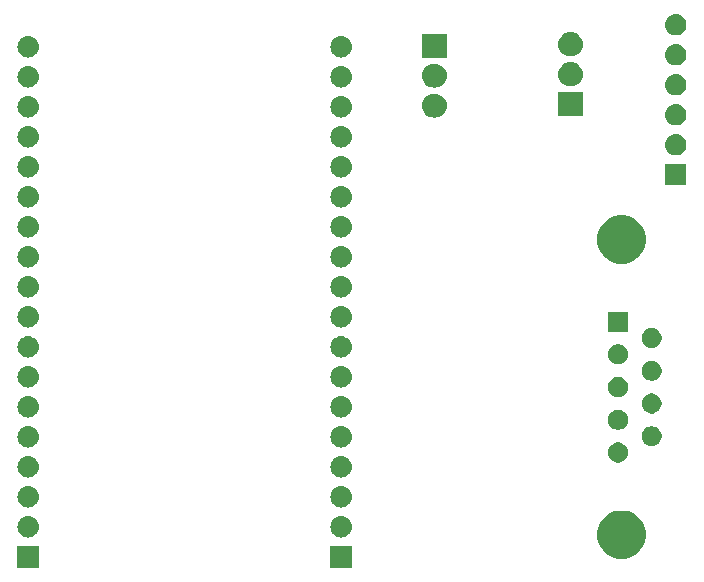
<source format=gbr>
G04 #@! TF.GenerationSoftware,KiCad,Pcbnew,5.1.4+dfsg1-1*
G04 #@! TF.CreationDate,2020-03-04T00:22:41+00:00*
G04 #@! TF.ProjectId,UaElectrex_Phase1,5561456c-6563-4747-9265-785f50686173,rev?*
G04 #@! TF.SameCoordinates,Original*
G04 #@! TF.FileFunction,Soldermask,Bot*
G04 #@! TF.FilePolarity,Negative*
%FSLAX46Y46*%
G04 Gerber Fmt 4.6, Leading zero omitted, Abs format (unit mm)*
G04 Created by KiCad (PCBNEW 5.1.4+dfsg1-1) date 2020-03-04 00:22:41*
%MOMM*%
%LPD*%
G04 APERTURE LIST*
%ADD10C,0.100000*%
G04 APERTURE END LIST*
D10*
G36*
X154678799Y-118605999D02*
G01*
X152876799Y-118605999D01*
X152876799Y-116803999D01*
X154678799Y-116803999D01*
X154678799Y-118605999D01*
X154678799Y-118605999D01*
G37*
G36*
X128178799Y-118605999D02*
G01*
X126376799Y-118605999D01*
X126376799Y-116803999D01*
X128178799Y-116803999D01*
X128178799Y-118605999D01*
X128178799Y-118605999D01*
G37*
G36*
X178126754Y-113857818D02*
G01*
X178500011Y-114012426D01*
X178500013Y-114012427D01*
X178835936Y-114236884D01*
X179121616Y-114522564D01*
X179319377Y-114818533D01*
X179346074Y-114858489D01*
X179500682Y-115231746D01*
X179579500Y-115627993D01*
X179579500Y-116032007D01*
X179500682Y-116428254D01*
X179346074Y-116801511D01*
X179346073Y-116801513D01*
X179121616Y-117137436D01*
X178835936Y-117423116D01*
X178500013Y-117647573D01*
X178500012Y-117647574D01*
X178500011Y-117647574D01*
X178126754Y-117802182D01*
X177730507Y-117881000D01*
X177326493Y-117881000D01*
X176930246Y-117802182D01*
X176556989Y-117647574D01*
X176556988Y-117647574D01*
X176556987Y-117647573D01*
X176221064Y-117423116D01*
X175935384Y-117137436D01*
X175710927Y-116801513D01*
X175710926Y-116801511D01*
X175556318Y-116428254D01*
X175477500Y-116032007D01*
X175477500Y-115627993D01*
X175556318Y-115231746D01*
X175710926Y-114858489D01*
X175737624Y-114818533D01*
X175935384Y-114522564D01*
X176221064Y-114236884D01*
X176556987Y-114012427D01*
X176556989Y-114012426D01*
X176930246Y-113857818D01*
X177326493Y-113779000D01*
X177730507Y-113779000D01*
X178126754Y-113857818D01*
X178126754Y-113857818D01*
G37*
G36*
X127388242Y-114270518D02*
G01*
X127454426Y-114277036D01*
X127624265Y-114328556D01*
X127780790Y-114412221D01*
X127816528Y-114441551D01*
X127917985Y-114524813D01*
X128001247Y-114626270D01*
X128030577Y-114662008D01*
X128114242Y-114818533D01*
X128165762Y-114988372D01*
X128183158Y-115164999D01*
X128165762Y-115341626D01*
X128114242Y-115511465D01*
X128030577Y-115667990D01*
X128001247Y-115703728D01*
X127917985Y-115805185D01*
X127816528Y-115888447D01*
X127780790Y-115917777D01*
X127624265Y-116001442D01*
X127454426Y-116052962D01*
X127388241Y-116059481D01*
X127322059Y-116065999D01*
X127233539Y-116065999D01*
X127167357Y-116059481D01*
X127101172Y-116052962D01*
X126931333Y-116001442D01*
X126774808Y-115917777D01*
X126739070Y-115888447D01*
X126637613Y-115805185D01*
X126554351Y-115703728D01*
X126525021Y-115667990D01*
X126441356Y-115511465D01*
X126389836Y-115341626D01*
X126372440Y-115164999D01*
X126389836Y-114988372D01*
X126441356Y-114818533D01*
X126525021Y-114662008D01*
X126554351Y-114626270D01*
X126637613Y-114524813D01*
X126739070Y-114441551D01*
X126774808Y-114412221D01*
X126931333Y-114328556D01*
X127101172Y-114277036D01*
X127167356Y-114270518D01*
X127233539Y-114263999D01*
X127322059Y-114263999D01*
X127388242Y-114270518D01*
X127388242Y-114270518D01*
G37*
G36*
X153888242Y-114270518D02*
G01*
X153954426Y-114277036D01*
X154124265Y-114328556D01*
X154280790Y-114412221D01*
X154316528Y-114441551D01*
X154417985Y-114524813D01*
X154501247Y-114626270D01*
X154530577Y-114662008D01*
X154614242Y-114818533D01*
X154665762Y-114988372D01*
X154683158Y-115164999D01*
X154665762Y-115341626D01*
X154614242Y-115511465D01*
X154530577Y-115667990D01*
X154501247Y-115703728D01*
X154417985Y-115805185D01*
X154316528Y-115888447D01*
X154280790Y-115917777D01*
X154124265Y-116001442D01*
X153954426Y-116052962D01*
X153888241Y-116059481D01*
X153822059Y-116065999D01*
X153733539Y-116065999D01*
X153667357Y-116059481D01*
X153601172Y-116052962D01*
X153431333Y-116001442D01*
X153274808Y-115917777D01*
X153239070Y-115888447D01*
X153137613Y-115805185D01*
X153054351Y-115703728D01*
X153025021Y-115667990D01*
X152941356Y-115511465D01*
X152889836Y-115341626D01*
X152872440Y-115164999D01*
X152889836Y-114988372D01*
X152941356Y-114818533D01*
X153025021Y-114662008D01*
X153054351Y-114626270D01*
X153137613Y-114524813D01*
X153239070Y-114441551D01*
X153274808Y-114412221D01*
X153431333Y-114328556D01*
X153601172Y-114277036D01*
X153667356Y-114270518D01*
X153733539Y-114263999D01*
X153822059Y-114263999D01*
X153888242Y-114270518D01*
X153888242Y-114270518D01*
G37*
G36*
X153888241Y-111730517D02*
G01*
X153954426Y-111737036D01*
X154124265Y-111788556D01*
X154280790Y-111872221D01*
X154316528Y-111901551D01*
X154417985Y-111984813D01*
X154501247Y-112086270D01*
X154530577Y-112122008D01*
X154614242Y-112278533D01*
X154665762Y-112448372D01*
X154683158Y-112624999D01*
X154665762Y-112801626D01*
X154614242Y-112971465D01*
X154530577Y-113127990D01*
X154501247Y-113163728D01*
X154417985Y-113265185D01*
X154316528Y-113348447D01*
X154280790Y-113377777D01*
X154124265Y-113461442D01*
X153954426Y-113512962D01*
X153888242Y-113519480D01*
X153822059Y-113525999D01*
X153733539Y-113525999D01*
X153667356Y-113519480D01*
X153601172Y-113512962D01*
X153431333Y-113461442D01*
X153274808Y-113377777D01*
X153239070Y-113348447D01*
X153137613Y-113265185D01*
X153054351Y-113163728D01*
X153025021Y-113127990D01*
X152941356Y-112971465D01*
X152889836Y-112801626D01*
X152872440Y-112624999D01*
X152889836Y-112448372D01*
X152941356Y-112278533D01*
X153025021Y-112122008D01*
X153054351Y-112086270D01*
X153137613Y-111984813D01*
X153239070Y-111901551D01*
X153274808Y-111872221D01*
X153431333Y-111788556D01*
X153601172Y-111737036D01*
X153667357Y-111730517D01*
X153733539Y-111723999D01*
X153822059Y-111723999D01*
X153888241Y-111730517D01*
X153888241Y-111730517D01*
G37*
G36*
X127388241Y-111730517D02*
G01*
X127454426Y-111737036D01*
X127624265Y-111788556D01*
X127780790Y-111872221D01*
X127816528Y-111901551D01*
X127917985Y-111984813D01*
X128001247Y-112086270D01*
X128030577Y-112122008D01*
X128114242Y-112278533D01*
X128165762Y-112448372D01*
X128183158Y-112624999D01*
X128165762Y-112801626D01*
X128114242Y-112971465D01*
X128030577Y-113127990D01*
X128001247Y-113163728D01*
X127917985Y-113265185D01*
X127816528Y-113348447D01*
X127780790Y-113377777D01*
X127624265Y-113461442D01*
X127454426Y-113512962D01*
X127388242Y-113519480D01*
X127322059Y-113525999D01*
X127233539Y-113525999D01*
X127167356Y-113519480D01*
X127101172Y-113512962D01*
X126931333Y-113461442D01*
X126774808Y-113377777D01*
X126739070Y-113348447D01*
X126637613Y-113265185D01*
X126554351Y-113163728D01*
X126525021Y-113127990D01*
X126441356Y-112971465D01*
X126389836Y-112801626D01*
X126372440Y-112624999D01*
X126389836Y-112448372D01*
X126441356Y-112278533D01*
X126525021Y-112122008D01*
X126554351Y-112086270D01*
X126637613Y-111984813D01*
X126739070Y-111901551D01*
X126774808Y-111872221D01*
X126931333Y-111788556D01*
X127101172Y-111737036D01*
X127167357Y-111730517D01*
X127233539Y-111723999D01*
X127322059Y-111723999D01*
X127388241Y-111730517D01*
X127388241Y-111730517D01*
G37*
G36*
X153888241Y-109190517D02*
G01*
X153954426Y-109197036D01*
X154124265Y-109248556D01*
X154280790Y-109332221D01*
X154316528Y-109361551D01*
X154417985Y-109444813D01*
X154488728Y-109531015D01*
X154530577Y-109582008D01*
X154614242Y-109738533D01*
X154665762Y-109908372D01*
X154683158Y-110084999D01*
X154665762Y-110261626D01*
X154614242Y-110431465D01*
X154530577Y-110587990D01*
X154501247Y-110623728D01*
X154417985Y-110725185D01*
X154316528Y-110808447D01*
X154280790Y-110837777D01*
X154124265Y-110921442D01*
X153954426Y-110972962D01*
X153888242Y-110979480D01*
X153822059Y-110985999D01*
X153733539Y-110985999D01*
X153667356Y-110979480D01*
X153601172Y-110972962D01*
X153431333Y-110921442D01*
X153274808Y-110837777D01*
X153239070Y-110808447D01*
X153137613Y-110725185D01*
X153054351Y-110623728D01*
X153025021Y-110587990D01*
X152941356Y-110431465D01*
X152889836Y-110261626D01*
X152872440Y-110084999D01*
X152889836Y-109908372D01*
X152941356Y-109738533D01*
X153025021Y-109582008D01*
X153066870Y-109531015D01*
X153137613Y-109444813D01*
X153239070Y-109361551D01*
X153274808Y-109332221D01*
X153431333Y-109248556D01*
X153601172Y-109197036D01*
X153667357Y-109190517D01*
X153733539Y-109183999D01*
X153822059Y-109183999D01*
X153888241Y-109190517D01*
X153888241Y-109190517D01*
G37*
G36*
X127388241Y-109190517D02*
G01*
X127454426Y-109197036D01*
X127624265Y-109248556D01*
X127780790Y-109332221D01*
X127816528Y-109361551D01*
X127917985Y-109444813D01*
X127988728Y-109531015D01*
X128030577Y-109582008D01*
X128114242Y-109738533D01*
X128165762Y-109908372D01*
X128183158Y-110084999D01*
X128165762Y-110261626D01*
X128114242Y-110431465D01*
X128030577Y-110587990D01*
X128001247Y-110623728D01*
X127917985Y-110725185D01*
X127816528Y-110808447D01*
X127780790Y-110837777D01*
X127624265Y-110921442D01*
X127454426Y-110972962D01*
X127388242Y-110979480D01*
X127322059Y-110985999D01*
X127233539Y-110985999D01*
X127167356Y-110979480D01*
X127101172Y-110972962D01*
X126931333Y-110921442D01*
X126774808Y-110837777D01*
X126739070Y-110808447D01*
X126637613Y-110725185D01*
X126554351Y-110623728D01*
X126525021Y-110587990D01*
X126441356Y-110431465D01*
X126389836Y-110261626D01*
X126372440Y-110084999D01*
X126389836Y-109908372D01*
X126441356Y-109738533D01*
X126525021Y-109582008D01*
X126566870Y-109531015D01*
X126637613Y-109444813D01*
X126739070Y-109361551D01*
X126774808Y-109332221D01*
X126931333Y-109248556D01*
X127101172Y-109197036D01*
X127167357Y-109190517D01*
X127233539Y-109183999D01*
X127322059Y-109183999D01*
X127388241Y-109190517D01*
X127388241Y-109190517D01*
G37*
G36*
X177476728Y-108051703D02*
G01*
X177631600Y-108115853D01*
X177770981Y-108208985D01*
X177889515Y-108327519D01*
X177982647Y-108466900D01*
X178046797Y-108621772D01*
X178079500Y-108786184D01*
X178079500Y-108953816D01*
X178046797Y-109118228D01*
X177982647Y-109273100D01*
X177889515Y-109412481D01*
X177770981Y-109531015D01*
X177631600Y-109624147D01*
X177476728Y-109688297D01*
X177312316Y-109721000D01*
X177144684Y-109721000D01*
X176980272Y-109688297D01*
X176825400Y-109624147D01*
X176686019Y-109531015D01*
X176567485Y-109412481D01*
X176474353Y-109273100D01*
X176410203Y-109118228D01*
X176377500Y-108953816D01*
X176377500Y-108786184D01*
X176410203Y-108621772D01*
X176474353Y-108466900D01*
X176567485Y-108327519D01*
X176686019Y-108208985D01*
X176825400Y-108115853D01*
X176980272Y-108051703D01*
X177144684Y-108019000D01*
X177312316Y-108019000D01*
X177476728Y-108051703D01*
X177476728Y-108051703D01*
G37*
G36*
X153888241Y-106650517D02*
G01*
X153954426Y-106657036D01*
X154124265Y-106708556D01*
X154280790Y-106792221D01*
X154316528Y-106821551D01*
X154417985Y-106904813D01*
X154501247Y-107006270D01*
X154530577Y-107042008D01*
X154614242Y-107198533D01*
X154665762Y-107368372D01*
X154683158Y-107544999D01*
X154665762Y-107721626D01*
X154614242Y-107891465D01*
X154530577Y-108047990D01*
X154527528Y-108051705D01*
X154417985Y-108185185D01*
X154316528Y-108268447D01*
X154280790Y-108297777D01*
X154124265Y-108381442D01*
X153954426Y-108432962D01*
X153888241Y-108439481D01*
X153822059Y-108445999D01*
X153733539Y-108445999D01*
X153667357Y-108439481D01*
X153601172Y-108432962D01*
X153431333Y-108381442D01*
X153274808Y-108297777D01*
X153239070Y-108268447D01*
X153137613Y-108185185D01*
X153028070Y-108051705D01*
X153025021Y-108047990D01*
X152941356Y-107891465D01*
X152889836Y-107721626D01*
X152872440Y-107544999D01*
X152889836Y-107368372D01*
X152941356Y-107198533D01*
X153025021Y-107042008D01*
X153054351Y-107006270D01*
X153137613Y-106904813D01*
X153239070Y-106821551D01*
X153274808Y-106792221D01*
X153431333Y-106708556D01*
X153601172Y-106657036D01*
X153667357Y-106650517D01*
X153733539Y-106643999D01*
X153822059Y-106643999D01*
X153888241Y-106650517D01*
X153888241Y-106650517D01*
G37*
G36*
X127388241Y-106650517D02*
G01*
X127454426Y-106657036D01*
X127624265Y-106708556D01*
X127780790Y-106792221D01*
X127816528Y-106821551D01*
X127917985Y-106904813D01*
X128001247Y-107006270D01*
X128030577Y-107042008D01*
X128114242Y-107198533D01*
X128165762Y-107368372D01*
X128183158Y-107544999D01*
X128165762Y-107721626D01*
X128114242Y-107891465D01*
X128030577Y-108047990D01*
X128027528Y-108051705D01*
X127917985Y-108185185D01*
X127816528Y-108268447D01*
X127780790Y-108297777D01*
X127624265Y-108381442D01*
X127454426Y-108432962D01*
X127388241Y-108439481D01*
X127322059Y-108445999D01*
X127233539Y-108445999D01*
X127167357Y-108439481D01*
X127101172Y-108432962D01*
X126931333Y-108381442D01*
X126774808Y-108297777D01*
X126739070Y-108268447D01*
X126637613Y-108185185D01*
X126528070Y-108051705D01*
X126525021Y-108047990D01*
X126441356Y-107891465D01*
X126389836Y-107721626D01*
X126372440Y-107544999D01*
X126389836Y-107368372D01*
X126441356Y-107198533D01*
X126525021Y-107042008D01*
X126554351Y-107006270D01*
X126637613Y-106904813D01*
X126739070Y-106821551D01*
X126774808Y-106792221D01*
X126931333Y-106708556D01*
X127101172Y-106657036D01*
X127167357Y-106650517D01*
X127233539Y-106643999D01*
X127322059Y-106643999D01*
X127388241Y-106650517D01*
X127388241Y-106650517D01*
G37*
G36*
X180316728Y-106666703D02*
G01*
X180471600Y-106730853D01*
X180610981Y-106823985D01*
X180729515Y-106942519D01*
X180822647Y-107081900D01*
X180886797Y-107236772D01*
X180919500Y-107401184D01*
X180919500Y-107568816D01*
X180886797Y-107733228D01*
X180822647Y-107888100D01*
X180729515Y-108027481D01*
X180610981Y-108146015D01*
X180471600Y-108239147D01*
X180316728Y-108303297D01*
X180152316Y-108336000D01*
X179984684Y-108336000D01*
X179820272Y-108303297D01*
X179665400Y-108239147D01*
X179526019Y-108146015D01*
X179407485Y-108027481D01*
X179314353Y-107888100D01*
X179250203Y-107733228D01*
X179217500Y-107568816D01*
X179217500Y-107401184D01*
X179250203Y-107236772D01*
X179314353Y-107081900D01*
X179407485Y-106942519D01*
X179526019Y-106823985D01*
X179665400Y-106730853D01*
X179820272Y-106666703D01*
X179984684Y-106634000D01*
X180152316Y-106634000D01*
X180316728Y-106666703D01*
X180316728Y-106666703D01*
G37*
G36*
X177476728Y-105281703D02*
G01*
X177631600Y-105345853D01*
X177770981Y-105438985D01*
X177889515Y-105557519D01*
X177982647Y-105696900D01*
X178046797Y-105851772D01*
X178079500Y-106016184D01*
X178079500Y-106183816D01*
X178046797Y-106348228D01*
X177982647Y-106503100D01*
X177889515Y-106642481D01*
X177770981Y-106761015D01*
X177631600Y-106854147D01*
X177476728Y-106918297D01*
X177312316Y-106951000D01*
X177144684Y-106951000D01*
X176980272Y-106918297D01*
X176825400Y-106854147D01*
X176686019Y-106761015D01*
X176567485Y-106642481D01*
X176474353Y-106503100D01*
X176410203Y-106348228D01*
X176377500Y-106183816D01*
X176377500Y-106016184D01*
X176410203Y-105851772D01*
X176474353Y-105696900D01*
X176567485Y-105557519D01*
X176686019Y-105438985D01*
X176825400Y-105345853D01*
X176980272Y-105281703D01*
X177144684Y-105249000D01*
X177312316Y-105249000D01*
X177476728Y-105281703D01*
X177476728Y-105281703D01*
G37*
G36*
X127388242Y-104110518D02*
G01*
X127454426Y-104117036D01*
X127624265Y-104168556D01*
X127780790Y-104252221D01*
X127816528Y-104281551D01*
X127917985Y-104364813D01*
X128001247Y-104466270D01*
X128030577Y-104502008D01*
X128114242Y-104658533D01*
X128165762Y-104828372D01*
X128183158Y-105004999D01*
X128165762Y-105181626D01*
X128114242Y-105351465D01*
X128030577Y-105507990D01*
X128009808Y-105533297D01*
X127917985Y-105645185D01*
X127816528Y-105728447D01*
X127780790Y-105757777D01*
X127624265Y-105841442D01*
X127454426Y-105892962D01*
X127388241Y-105899481D01*
X127322059Y-105905999D01*
X127233539Y-105905999D01*
X127167357Y-105899481D01*
X127101172Y-105892962D01*
X126931333Y-105841442D01*
X126774808Y-105757777D01*
X126739070Y-105728447D01*
X126637613Y-105645185D01*
X126545790Y-105533297D01*
X126525021Y-105507990D01*
X126441356Y-105351465D01*
X126389836Y-105181626D01*
X126372440Y-105004999D01*
X126389836Y-104828372D01*
X126441356Y-104658533D01*
X126525021Y-104502008D01*
X126554351Y-104466270D01*
X126637613Y-104364813D01*
X126739070Y-104281551D01*
X126774808Y-104252221D01*
X126931333Y-104168556D01*
X127101172Y-104117036D01*
X127167356Y-104110518D01*
X127233539Y-104103999D01*
X127322059Y-104103999D01*
X127388242Y-104110518D01*
X127388242Y-104110518D01*
G37*
G36*
X153888242Y-104110518D02*
G01*
X153954426Y-104117036D01*
X154124265Y-104168556D01*
X154280790Y-104252221D01*
X154316528Y-104281551D01*
X154417985Y-104364813D01*
X154501247Y-104466270D01*
X154530577Y-104502008D01*
X154614242Y-104658533D01*
X154665762Y-104828372D01*
X154683158Y-105004999D01*
X154665762Y-105181626D01*
X154614242Y-105351465D01*
X154530577Y-105507990D01*
X154509808Y-105533297D01*
X154417985Y-105645185D01*
X154316528Y-105728447D01*
X154280790Y-105757777D01*
X154124265Y-105841442D01*
X153954426Y-105892962D01*
X153888241Y-105899481D01*
X153822059Y-105905999D01*
X153733539Y-105905999D01*
X153667357Y-105899481D01*
X153601172Y-105892962D01*
X153431333Y-105841442D01*
X153274808Y-105757777D01*
X153239070Y-105728447D01*
X153137613Y-105645185D01*
X153045790Y-105533297D01*
X153025021Y-105507990D01*
X152941356Y-105351465D01*
X152889836Y-105181626D01*
X152872440Y-105004999D01*
X152889836Y-104828372D01*
X152941356Y-104658533D01*
X153025021Y-104502008D01*
X153054351Y-104466270D01*
X153137613Y-104364813D01*
X153239070Y-104281551D01*
X153274808Y-104252221D01*
X153431333Y-104168556D01*
X153601172Y-104117036D01*
X153667356Y-104110518D01*
X153733539Y-104103999D01*
X153822059Y-104103999D01*
X153888242Y-104110518D01*
X153888242Y-104110518D01*
G37*
G36*
X180316728Y-103896703D02*
G01*
X180471600Y-103960853D01*
X180610981Y-104053985D01*
X180729515Y-104172519D01*
X180822647Y-104311900D01*
X180886797Y-104466772D01*
X180919500Y-104631184D01*
X180919500Y-104798816D01*
X180886797Y-104963228D01*
X180822647Y-105118100D01*
X180729515Y-105257481D01*
X180610981Y-105376015D01*
X180471600Y-105469147D01*
X180316728Y-105533297D01*
X180152316Y-105566000D01*
X179984684Y-105566000D01*
X179820272Y-105533297D01*
X179665400Y-105469147D01*
X179526019Y-105376015D01*
X179407485Y-105257481D01*
X179314353Y-105118100D01*
X179250203Y-104963228D01*
X179217500Y-104798816D01*
X179217500Y-104631184D01*
X179250203Y-104466772D01*
X179314353Y-104311900D01*
X179407485Y-104172519D01*
X179526019Y-104053985D01*
X179665400Y-103960853D01*
X179820272Y-103896703D01*
X179984684Y-103864000D01*
X180152316Y-103864000D01*
X180316728Y-103896703D01*
X180316728Y-103896703D01*
G37*
G36*
X177476728Y-102511703D02*
G01*
X177631600Y-102575853D01*
X177770981Y-102668985D01*
X177889515Y-102787519D01*
X177982647Y-102926900D01*
X178046797Y-103081772D01*
X178079500Y-103246184D01*
X178079500Y-103413816D01*
X178046797Y-103578228D01*
X177982647Y-103733100D01*
X177889515Y-103872481D01*
X177770981Y-103991015D01*
X177631600Y-104084147D01*
X177476728Y-104148297D01*
X177312316Y-104181000D01*
X177144684Y-104181000D01*
X176980272Y-104148297D01*
X176825400Y-104084147D01*
X176686019Y-103991015D01*
X176567485Y-103872481D01*
X176474353Y-103733100D01*
X176410203Y-103578228D01*
X176377500Y-103413816D01*
X176377500Y-103246184D01*
X176410203Y-103081772D01*
X176474353Y-102926900D01*
X176567485Y-102787519D01*
X176686019Y-102668985D01*
X176825400Y-102575853D01*
X176980272Y-102511703D01*
X177144684Y-102479000D01*
X177312316Y-102479000D01*
X177476728Y-102511703D01*
X177476728Y-102511703D01*
G37*
G36*
X153888242Y-101570518D02*
G01*
X153954426Y-101577036D01*
X154124265Y-101628556D01*
X154280790Y-101712221D01*
X154316528Y-101741551D01*
X154417985Y-101824813D01*
X154501247Y-101926270D01*
X154530577Y-101962008D01*
X154614242Y-102118533D01*
X154665762Y-102288372D01*
X154683158Y-102464999D01*
X154665762Y-102641626D01*
X154614242Y-102811465D01*
X154530577Y-102967990D01*
X154501247Y-103003728D01*
X154417985Y-103105185D01*
X154316528Y-103188447D01*
X154280790Y-103217777D01*
X154124265Y-103301442D01*
X153954426Y-103352962D01*
X153888242Y-103359480D01*
X153822059Y-103365999D01*
X153733539Y-103365999D01*
X153667356Y-103359480D01*
X153601172Y-103352962D01*
X153431333Y-103301442D01*
X153274808Y-103217777D01*
X153239070Y-103188447D01*
X153137613Y-103105185D01*
X153054351Y-103003728D01*
X153025021Y-102967990D01*
X152941356Y-102811465D01*
X152889836Y-102641626D01*
X152872440Y-102464999D01*
X152889836Y-102288372D01*
X152941356Y-102118533D01*
X153025021Y-101962008D01*
X153054351Y-101926270D01*
X153137613Y-101824813D01*
X153239070Y-101741551D01*
X153274808Y-101712221D01*
X153431333Y-101628556D01*
X153601172Y-101577036D01*
X153667357Y-101570517D01*
X153733539Y-101563999D01*
X153822059Y-101563999D01*
X153888242Y-101570518D01*
X153888242Y-101570518D01*
G37*
G36*
X127388242Y-101570518D02*
G01*
X127454426Y-101577036D01*
X127624265Y-101628556D01*
X127780790Y-101712221D01*
X127816528Y-101741551D01*
X127917985Y-101824813D01*
X128001247Y-101926270D01*
X128030577Y-101962008D01*
X128114242Y-102118533D01*
X128165762Y-102288372D01*
X128183158Y-102464999D01*
X128165762Y-102641626D01*
X128114242Y-102811465D01*
X128030577Y-102967990D01*
X128001247Y-103003728D01*
X127917985Y-103105185D01*
X127816528Y-103188447D01*
X127780790Y-103217777D01*
X127624265Y-103301442D01*
X127454426Y-103352962D01*
X127388242Y-103359480D01*
X127322059Y-103365999D01*
X127233539Y-103365999D01*
X127167356Y-103359480D01*
X127101172Y-103352962D01*
X126931333Y-103301442D01*
X126774808Y-103217777D01*
X126739070Y-103188447D01*
X126637613Y-103105185D01*
X126554351Y-103003728D01*
X126525021Y-102967990D01*
X126441356Y-102811465D01*
X126389836Y-102641626D01*
X126372440Y-102464999D01*
X126389836Y-102288372D01*
X126441356Y-102118533D01*
X126525021Y-101962008D01*
X126554351Y-101926270D01*
X126637613Y-101824813D01*
X126739070Y-101741551D01*
X126774808Y-101712221D01*
X126931333Y-101628556D01*
X127101172Y-101577036D01*
X127167357Y-101570517D01*
X127233539Y-101563999D01*
X127322059Y-101563999D01*
X127388242Y-101570518D01*
X127388242Y-101570518D01*
G37*
G36*
X180316728Y-101126703D02*
G01*
X180471600Y-101190853D01*
X180610981Y-101283985D01*
X180729515Y-101402519D01*
X180822647Y-101541900D01*
X180886797Y-101696772D01*
X180919500Y-101861184D01*
X180919500Y-102028816D01*
X180886797Y-102193228D01*
X180822647Y-102348100D01*
X180729515Y-102487481D01*
X180610981Y-102606015D01*
X180471600Y-102699147D01*
X180316728Y-102763297D01*
X180152316Y-102796000D01*
X179984684Y-102796000D01*
X179820272Y-102763297D01*
X179665400Y-102699147D01*
X179526019Y-102606015D01*
X179407485Y-102487481D01*
X179314353Y-102348100D01*
X179250203Y-102193228D01*
X179217500Y-102028816D01*
X179217500Y-101861184D01*
X179250203Y-101696772D01*
X179314353Y-101541900D01*
X179407485Y-101402519D01*
X179526019Y-101283985D01*
X179665400Y-101190853D01*
X179820272Y-101126703D01*
X179984684Y-101094000D01*
X180152316Y-101094000D01*
X180316728Y-101126703D01*
X180316728Y-101126703D01*
G37*
G36*
X177476728Y-99741703D02*
G01*
X177631600Y-99805853D01*
X177770981Y-99898985D01*
X177889515Y-100017519D01*
X177982647Y-100156900D01*
X178046797Y-100311772D01*
X178079500Y-100476184D01*
X178079500Y-100643816D01*
X178046797Y-100808228D01*
X177982647Y-100963100D01*
X177889515Y-101102481D01*
X177770981Y-101221015D01*
X177631600Y-101314147D01*
X177476728Y-101378297D01*
X177312316Y-101411000D01*
X177144684Y-101411000D01*
X176980272Y-101378297D01*
X176825400Y-101314147D01*
X176686019Y-101221015D01*
X176567485Y-101102481D01*
X176474353Y-100963100D01*
X176410203Y-100808228D01*
X176377500Y-100643816D01*
X176377500Y-100476184D01*
X176410203Y-100311772D01*
X176474353Y-100156900D01*
X176567485Y-100017519D01*
X176686019Y-99898985D01*
X176825400Y-99805853D01*
X176980272Y-99741703D01*
X177144684Y-99709000D01*
X177312316Y-99709000D01*
X177476728Y-99741703D01*
X177476728Y-99741703D01*
G37*
G36*
X153888242Y-99030518D02*
G01*
X153954426Y-99037036D01*
X154124265Y-99088556D01*
X154124267Y-99088557D01*
X154202527Y-99130388D01*
X154280790Y-99172221D01*
X154316528Y-99201551D01*
X154417985Y-99284813D01*
X154501247Y-99386270D01*
X154530577Y-99422008D01*
X154614242Y-99578533D01*
X154665762Y-99748372D01*
X154683158Y-99924999D01*
X154665762Y-100101626D01*
X154614242Y-100271465D01*
X154530577Y-100427990D01*
X154501247Y-100463728D01*
X154417985Y-100565185D01*
X154322173Y-100643815D01*
X154280790Y-100677777D01*
X154124265Y-100761442D01*
X153954426Y-100812962D01*
X153888242Y-100819480D01*
X153822059Y-100825999D01*
X153733539Y-100825999D01*
X153667356Y-100819480D01*
X153601172Y-100812962D01*
X153431333Y-100761442D01*
X153274808Y-100677777D01*
X153233425Y-100643815D01*
X153137613Y-100565185D01*
X153054351Y-100463728D01*
X153025021Y-100427990D01*
X152941356Y-100271465D01*
X152889836Y-100101626D01*
X152872440Y-99924999D01*
X152889836Y-99748372D01*
X152941356Y-99578533D01*
X153025021Y-99422008D01*
X153054351Y-99386270D01*
X153137613Y-99284813D01*
X153239070Y-99201551D01*
X153274808Y-99172221D01*
X153353071Y-99130388D01*
X153431331Y-99088557D01*
X153431333Y-99088556D01*
X153601172Y-99037036D01*
X153667357Y-99030517D01*
X153733539Y-99023999D01*
X153822059Y-99023999D01*
X153888242Y-99030518D01*
X153888242Y-99030518D01*
G37*
G36*
X127388242Y-99030518D02*
G01*
X127454426Y-99037036D01*
X127624265Y-99088556D01*
X127624267Y-99088557D01*
X127702527Y-99130388D01*
X127780790Y-99172221D01*
X127816528Y-99201551D01*
X127917985Y-99284813D01*
X128001247Y-99386270D01*
X128030577Y-99422008D01*
X128114242Y-99578533D01*
X128165762Y-99748372D01*
X128183158Y-99924999D01*
X128165762Y-100101626D01*
X128114242Y-100271465D01*
X128030577Y-100427990D01*
X128001247Y-100463728D01*
X127917985Y-100565185D01*
X127822173Y-100643815D01*
X127780790Y-100677777D01*
X127624265Y-100761442D01*
X127454426Y-100812962D01*
X127388242Y-100819480D01*
X127322059Y-100825999D01*
X127233539Y-100825999D01*
X127167356Y-100819480D01*
X127101172Y-100812962D01*
X126931333Y-100761442D01*
X126774808Y-100677777D01*
X126733425Y-100643815D01*
X126637613Y-100565185D01*
X126554351Y-100463728D01*
X126525021Y-100427990D01*
X126441356Y-100271465D01*
X126389836Y-100101626D01*
X126372440Y-99924999D01*
X126389836Y-99748372D01*
X126441356Y-99578533D01*
X126525021Y-99422008D01*
X126554351Y-99386270D01*
X126637613Y-99284813D01*
X126739070Y-99201551D01*
X126774808Y-99172221D01*
X126853071Y-99130388D01*
X126931331Y-99088557D01*
X126931333Y-99088556D01*
X127101172Y-99037036D01*
X127167357Y-99030517D01*
X127233539Y-99023999D01*
X127322059Y-99023999D01*
X127388242Y-99030518D01*
X127388242Y-99030518D01*
G37*
G36*
X180316728Y-98356703D02*
G01*
X180471600Y-98420853D01*
X180610981Y-98513985D01*
X180729515Y-98632519D01*
X180822647Y-98771900D01*
X180886797Y-98926772D01*
X180919500Y-99091184D01*
X180919500Y-99258816D01*
X180886797Y-99423228D01*
X180822647Y-99578100D01*
X180729515Y-99717481D01*
X180610981Y-99836015D01*
X180471600Y-99929147D01*
X180316728Y-99993297D01*
X180152316Y-100026000D01*
X179984684Y-100026000D01*
X179820272Y-99993297D01*
X179665400Y-99929147D01*
X179526019Y-99836015D01*
X179407485Y-99717481D01*
X179314353Y-99578100D01*
X179250203Y-99423228D01*
X179217500Y-99258816D01*
X179217500Y-99091184D01*
X179250203Y-98926772D01*
X179314353Y-98771900D01*
X179407485Y-98632519D01*
X179526019Y-98513985D01*
X179665400Y-98420853D01*
X179820272Y-98356703D01*
X179984684Y-98324000D01*
X180152316Y-98324000D01*
X180316728Y-98356703D01*
X180316728Y-98356703D01*
G37*
G36*
X178079500Y-98641000D02*
G01*
X176377500Y-98641000D01*
X176377500Y-96939000D01*
X178079500Y-96939000D01*
X178079500Y-98641000D01*
X178079500Y-98641000D01*
G37*
G36*
X127388241Y-96490517D02*
G01*
X127454426Y-96497036D01*
X127624265Y-96548556D01*
X127780790Y-96632221D01*
X127816528Y-96661551D01*
X127917985Y-96744813D01*
X128001247Y-96846270D01*
X128030577Y-96882008D01*
X128114242Y-97038533D01*
X128165762Y-97208372D01*
X128183158Y-97384999D01*
X128165762Y-97561626D01*
X128114242Y-97731465D01*
X128030577Y-97887990D01*
X128001247Y-97923728D01*
X127917985Y-98025185D01*
X127816528Y-98108447D01*
X127780790Y-98137777D01*
X127624265Y-98221442D01*
X127454426Y-98272962D01*
X127388241Y-98279481D01*
X127322059Y-98285999D01*
X127233539Y-98285999D01*
X127167357Y-98279481D01*
X127101172Y-98272962D01*
X126931333Y-98221442D01*
X126774808Y-98137777D01*
X126739070Y-98108447D01*
X126637613Y-98025185D01*
X126554351Y-97923728D01*
X126525021Y-97887990D01*
X126441356Y-97731465D01*
X126389836Y-97561626D01*
X126372440Y-97384999D01*
X126389836Y-97208372D01*
X126441356Y-97038533D01*
X126525021Y-96882008D01*
X126554351Y-96846270D01*
X126637613Y-96744813D01*
X126739070Y-96661551D01*
X126774808Y-96632221D01*
X126931333Y-96548556D01*
X127101172Y-96497036D01*
X127167357Y-96490517D01*
X127233539Y-96483999D01*
X127322059Y-96483999D01*
X127388241Y-96490517D01*
X127388241Y-96490517D01*
G37*
G36*
X153888241Y-96490517D02*
G01*
X153954426Y-96497036D01*
X154124265Y-96548556D01*
X154280790Y-96632221D01*
X154316528Y-96661551D01*
X154417985Y-96744813D01*
X154501247Y-96846270D01*
X154530577Y-96882008D01*
X154614242Y-97038533D01*
X154665762Y-97208372D01*
X154683158Y-97384999D01*
X154665762Y-97561626D01*
X154614242Y-97731465D01*
X154530577Y-97887990D01*
X154501247Y-97923728D01*
X154417985Y-98025185D01*
X154316528Y-98108447D01*
X154280790Y-98137777D01*
X154124265Y-98221442D01*
X153954426Y-98272962D01*
X153888241Y-98279481D01*
X153822059Y-98285999D01*
X153733539Y-98285999D01*
X153667357Y-98279481D01*
X153601172Y-98272962D01*
X153431333Y-98221442D01*
X153274808Y-98137777D01*
X153239070Y-98108447D01*
X153137613Y-98025185D01*
X153054351Y-97923728D01*
X153025021Y-97887990D01*
X152941356Y-97731465D01*
X152889836Y-97561626D01*
X152872440Y-97384999D01*
X152889836Y-97208372D01*
X152941356Y-97038533D01*
X153025021Y-96882008D01*
X153054351Y-96846270D01*
X153137613Y-96744813D01*
X153239070Y-96661551D01*
X153274808Y-96632221D01*
X153431333Y-96548556D01*
X153601172Y-96497036D01*
X153667357Y-96490517D01*
X153733539Y-96483999D01*
X153822059Y-96483999D01*
X153888241Y-96490517D01*
X153888241Y-96490517D01*
G37*
G36*
X153888242Y-93950518D02*
G01*
X153954426Y-93957036D01*
X154124265Y-94008556D01*
X154280790Y-94092221D01*
X154316528Y-94121551D01*
X154417985Y-94204813D01*
X154501247Y-94306270D01*
X154530577Y-94342008D01*
X154614242Y-94498533D01*
X154665762Y-94668372D01*
X154683158Y-94844999D01*
X154665762Y-95021626D01*
X154614242Y-95191465D01*
X154530577Y-95347990D01*
X154501247Y-95383728D01*
X154417985Y-95485185D01*
X154316528Y-95568447D01*
X154280790Y-95597777D01*
X154124265Y-95681442D01*
X153954426Y-95732962D01*
X153888241Y-95739481D01*
X153822059Y-95745999D01*
X153733539Y-95745999D01*
X153667357Y-95739481D01*
X153601172Y-95732962D01*
X153431333Y-95681442D01*
X153274808Y-95597777D01*
X153239070Y-95568447D01*
X153137613Y-95485185D01*
X153054351Y-95383728D01*
X153025021Y-95347990D01*
X152941356Y-95191465D01*
X152889836Y-95021626D01*
X152872440Y-94844999D01*
X152889836Y-94668372D01*
X152941356Y-94498533D01*
X153025021Y-94342008D01*
X153054351Y-94306270D01*
X153137613Y-94204813D01*
X153239070Y-94121551D01*
X153274808Y-94092221D01*
X153431333Y-94008556D01*
X153601172Y-93957036D01*
X153667356Y-93950518D01*
X153733539Y-93943999D01*
X153822059Y-93943999D01*
X153888242Y-93950518D01*
X153888242Y-93950518D01*
G37*
G36*
X127388242Y-93950518D02*
G01*
X127454426Y-93957036D01*
X127624265Y-94008556D01*
X127780790Y-94092221D01*
X127816528Y-94121551D01*
X127917985Y-94204813D01*
X128001247Y-94306270D01*
X128030577Y-94342008D01*
X128114242Y-94498533D01*
X128165762Y-94668372D01*
X128183158Y-94844999D01*
X128165762Y-95021626D01*
X128114242Y-95191465D01*
X128030577Y-95347990D01*
X128001247Y-95383728D01*
X127917985Y-95485185D01*
X127816528Y-95568447D01*
X127780790Y-95597777D01*
X127624265Y-95681442D01*
X127454426Y-95732962D01*
X127388241Y-95739481D01*
X127322059Y-95745999D01*
X127233539Y-95745999D01*
X127167357Y-95739481D01*
X127101172Y-95732962D01*
X126931333Y-95681442D01*
X126774808Y-95597777D01*
X126739070Y-95568447D01*
X126637613Y-95485185D01*
X126554351Y-95383728D01*
X126525021Y-95347990D01*
X126441356Y-95191465D01*
X126389836Y-95021626D01*
X126372440Y-94844999D01*
X126389836Y-94668372D01*
X126441356Y-94498533D01*
X126525021Y-94342008D01*
X126554351Y-94306270D01*
X126637613Y-94204813D01*
X126739070Y-94121551D01*
X126774808Y-94092221D01*
X126931333Y-94008556D01*
X127101172Y-93957036D01*
X127167356Y-93950518D01*
X127233539Y-93943999D01*
X127322059Y-93943999D01*
X127388242Y-93950518D01*
X127388242Y-93950518D01*
G37*
G36*
X153888241Y-91410517D02*
G01*
X153954426Y-91417036D01*
X154124265Y-91468556D01*
X154280790Y-91552221D01*
X154316528Y-91581551D01*
X154417985Y-91664813D01*
X154501247Y-91766270D01*
X154530577Y-91802008D01*
X154614242Y-91958533D01*
X154665762Y-92128372D01*
X154683158Y-92304999D01*
X154665762Y-92481626D01*
X154614242Y-92651465D01*
X154530577Y-92807990D01*
X154501247Y-92843728D01*
X154417985Y-92945185D01*
X154316528Y-93028447D01*
X154280790Y-93057777D01*
X154124265Y-93141442D01*
X153954426Y-93192962D01*
X153888241Y-93199481D01*
X153822059Y-93205999D01*
X153733539Y-93205999D01*
X153667356Y-93199480D01*
X153601172Y-93192962D01*
X153431333Y-93141442D01*
X153274808Y-93057777D01*
X153239070Y-93028447D01*
X153137613Y-92945185D01*
X153054351Y-92843728D01*
X153025021Y-92807990D01*
X152941356Y-92651465D01*
X152889836Y-92481626D01*
X152872440Y-92304999D01*
X152889836Y-92128372D01*
X152941356Y-91958533D01*
X153025021Y-91802008D01*
X153054351Y-91766270D01*
X153137613Y-91664813D01*
X153239070Y-91581551D01*
X153274808Y-91552221D01*
X153431333Y-91468556D01*
X153601172Y-91417036D01*
X153667357Y-91410517D01*
X153733539Y-91403999D01*
X153822059Y-91403999D01*
X153888241Y-91410517D01*
X153888241Y-91410517D01*
G37*
G36*
X127388241Y-91410517D02*
G01*
X127454426Y-91417036D01*
X127624265Y-91468556D01*
X127780790Y-91552221D01*
X127816528Y-91581551D01*
X127917985Y-91664813D01*
X128001247Y-91766270D01*
X128030577Y-91802008D01*
X128114242Y-91958533D01*
X128165762Y-92128372D01*
X128183158Y-92304999D01*
X128165762Y-92481626D01*
X128114242Y-92651465D01*
X128030577Y-92807990D01*
X128001247Y-92843728D01*
X127917985Y-92945185D01*
X127816528Y-93028447D01*
X127780790Y-93057777D01*
X127624265Y-93141442D01*
X127454426Y-93192962D01*
X127388242Y-93199480D01*
X127322059Y-93205999D01*
X127233539Y-93205999D01*
X127167356Y-93199480D01*
X127101172Y-93192962D01*
X126931333Y-93141442D01*
X126774808Y-93057777D01*
X126739070Y-93028447D01*
X126637613Y-92945185D01*
X126554351Y-92843728D01*
X126525021Y-92807990D01*
X126441356Y-92651465D01*
X126389836Y-92481626D01*
X126372440Y-92304999D01*
X126389836Y-92128372D01*
X126441356Y-91958533D01*
X126525021Y-91802008D01*
X126554351Y-91766270D01*
X126637613Y-91664813D01*
X126739070Y-91581551D01*
X126774808Y-91552221D01*
X126931333Y-91468556D01*
X127101172Y-91417036D01*
X127167357Y-91410517D01*
X127233539Y-91403999D01*
X127322059Y-91403999D01*
X127388241Y-91410517D01*
X127388241Y-91410517D01*
G37*
G36*
X178126754Y-88857818D02*
G01*
X178499516Y-89012221D01*
X178500013Y-89012427D01*
X178835936Y-89236884D01*
X179121616Y-89522564D01*
X179346074Y-89858489D01*
X179500682Y-90231746D01*
X179579500Y-90627993D01*
X179579500Y-91032007D01*
X179500682Y-91428254D01*
X179346074Y-91801511D01*
X179346073Y-91801513D01*
X179121616Y-92137436D01*
X178835936Y-92423116D01*
X178500013Y-92647573D01*
X178500012Y-92647574D01*
X178500011Y-92647574D01*
X178126754Y-92802182D01*
X177730507Y-92881000D01*
X177326493Y-92881000D01*
X176930246Y-92802182D01*
X176556989Y-92647574D01*
X176556988Y-92647574D01*
X176556987Y-92647573D01*
X176221064Y-92423116D01*
X175935384Y-92137436D01*
X175710927Y-91801513D01*
X175710926Y-91801511D01*
X175556318Y-91428254D01*
X175477500Y-91032007D01*
X175477500Y-90627993D01*
X175556318Y-90231746D01*
X175710926Y-89858489D01*
X175935384Y-89522564D01*
X176221064Y-89236884D01*
X176556987Y-89012427D01*
X176557484Y-89012221D01*
X176930246Y-88857818D01*
X177326493Y-88779000D01*
X177730507Y-88779000D01*
X178126754Y-88857818D01*
X178126754Y-88857818D01*
G37*
G36*
X153888242Y-88870518D02*
G01*
X153954426Y-88877036D01*
X154124265Y-88928556D01*
X154280790Y-89012221D01*
X154316528Y-89041551D01*
X154417985Y-89124813D01*
X154501247Y-89226270D01*
X154530577Y-89262008D01*
X154614242Y-89418533D01*
X154665762Y-89588372D01*
X154683158Y-89764999D01*
X154665762Y-89941626D01*
X154614242Y-90111465D01*
X154530577Y-90267990D01*
X154501247Y-90303728D01*
X154417985Y-90405185D01*
X154316528Y-90488447D01*
X154280790Y-90517777D01*
X154124265Y-90601442D01*
X153954426Y-90652962D01*
X153888242Y-90659480D01*
X153822059Y-90665999D01*
X153733539Y-90665999D01*
X153667356Y-90659480D01*
X153601172Y-90652962D01*
X153431333Y-90601442D01*
X153274808Y-90517777D01*
X153239070Y-90488447D01*
X153137613Y-90405185D01*
X153054351Y-90303728D01*
X153025021Y-90267990D01*
X152941356Y-90111465D01*
X152889836Y-89941626D01*
X152872440Y-89764999D01*
X152889836Y-89588372D01*
X152941356Y-89418533D01*
X153025021Y-89262008D01*
X153054351Y-89226270D01*
X153137613Y-89124813D01*
X153239070Y-89041551D01*
X153274808Y-89012221D01*
X153431333Y-88928556D01*
X153601172Y-88877036D01*
X153667356Y-88870518D01*
X153733539Y-88863999D01*
X153822059Y-88863999D01*
X153888242Y-88870518D01*
X153888242Y-88870518D01*
G37*
G36*
X127388242Y-88870518D02*
G01*
X127454426Y-88877036D01*
X127624265Y-88928556D01*
X127780790Y-89012221D01*
X127816528Y-89041551D01*
X127917985Y-89124813D01*
X128001247Y-89226270D01*
X128030577Y-89262008D01*
X128114242Y-89418533D01*
X128165762Y-89588372D01*
X128183158Y-89764999D01*
X128165762Y-89941626D01*
X128114242Y-90111465D01*
X128030577Y-90267990D01*
X128001247Y-90303728D01*
X127917985Y-90405185D01*
X127816528Y-90488447D01*
X127780790Y-90517777D01*
X127624265Y-90601442D01*
X127454426Y-90652962D01*
X127388242Y-90659480D01*
X127322059Y-90665999D01*
X127233539Y-90665999D01*
X127167356Y-90659480D01*
X127101172Y-90652962D01*
X126931333Y-90601442D01*
X126774808Y-90517777D01*
X126739070Y-90488447D01*
X126637613Y-90405185D01*
X126554351Y-90303728D01*
X126525021Y-90267990D01*
X126441356Y-90111465D01*
X126389836Y-89941626D01*
X126372440Y-89764999D01*
X126389836Y-89588372D01*
X126441356Y-89418533D01*
X126525021Y-89262008D01*
X126554351Y-89226270D01*
X126637613Y-89124813D01*
X126739070Y-89041551D01*
X126774808Y-89012221D01*
X126931333Y-88928556D01*
X127101172Y-88877036D01*
X127167356Y-88870518D01*
X127233539Y-88863999D01*
X127322059Y-88863999D01*
X127388242Y-88870518D01*
X127388242Y-88870518D01*
G37*
G36*
X153888241Y-86330517D02*
G01*
X153954426Y-86337036D01*
X154124265Y-86388556D01*
X154280790Y-86472221D01*
X154316528Y-86501551D01*
X154417985Y-86584813D01*
X154501247Y-86686270D01*
X154530577Y-86722008D01*
X154614242Y-86878533D01*
X154665762Y-87048372D01*
X154683158Y-87224999D01*
X154665762Y-87401626D01*
X154614242Y-87571465D01*
X154530577Y-87727990D01*
X154501247Y-87763728D01*
X154417985Y-87865185D01*
X154316528Y-87948447D01*
X154280790Y-87977777D01*
X154124265Y-88061442D01*
X153954426Y-88112962D01*
X153888241Y-88119481D01*
X153822059Y-88125999D01*
X153733539Y-88125999D01*
X153667357Y-88119481D01*
X153601172Y-88112962D01*
X153431333Y-88061442D01*
X153274808Y-87977777D01*
X153239070Y-87948447D01*
X153137613Y-87865185D01*
X153054351Y-87763728D01*
X153025021Y-87727990D01*
X152941356Y-87571465D01*
X152889836Y-87401626D01*
X152872440Y-87224999D01*
X152889836Y-87048372D01*
X152941356Y-86878533D01*
X153025021Y-86722008D01*
X153054351Y-86686270D01*
X153137613Y-86584813D01*
X153239070Y-86501551D01*
X153274808Y-86472221D01*
X153431333Y-86388556D01*
X153601172Y-86337036D01*
X153667357Y-86330517D01*
X153733539Y-86323999D01*
X153822059Y-86323999D01*
X153888241Y-86330517D01*
X153888241Y-86330517D01*
G37*
G36*
X127388241Y-86330517D02*
G01*
X127454426Y-86337036D01*
X127624265Y-86388556D01*
X127780790Y-86472221D01*
X127816528Y-86501551D01*
X127917985Y-86584813D01*
X128001247Y-86686270D01*
X128030577Y-86722008D01*
X128114242Y-86878533D01*
X128165762Y-87048372D01*
X128183158Y-87224999D01*
X128165762Y-87401626D01*
X128114242Y-87571465D01*
X128030577Y-87727990D01*
X128001247Y-87763728D01*
X127917985Y-87865185D01*
X127816528Y-87948447D01*
X127780790Y-87977777D01*
X127624265Y-88061442D01*
X127454426Y-88112962D01*
X127388241Y-88119481D01*
X127322059Y-88125999D01*
X127233539Y-88125999D01*
X127167357Y-88119481D01*
X127101172Y-88112962D01*
X126931333Y-88061442D01*
X126774808Y-87977777D01*
X126739070Y-87948447D01*
X126637613Y-87865185D01*
X126554351Y-87763728D01*
X126525021Y-87727990D01*
X126441356Y-87571465D01*
X126389836Y-87401626D01*
X126372440Y-87224999D01*
X126389836Y-87048372D01*
X126441356Y-86878533D01*
X126525021Y-86722008D01*
X126554351Y-86686270D01*
X126637613Y-86584813D01*
X126739070Y-86501551D01*
X126774808Y-86472221D01*
X126931333Y-86388556D01*
X127101172Y-86337036D01*
X127167357Y-86330517D01*
X127233539Y-86323999D01*
X127322059Y-86323999D01*
X127388241Y-86330517D01*
X127388241Y-86330517D01*
G37*
G36*
X183019000Y-86245000D02*
G01*
X181217000Y-86245000D01*
X181217000Y-84443000D01*
X183019000Y-84443000D01*
X183019000Y-86245000D01*
X183019000Y-86245000D01*
G37*
G36*
X153888241Y-83790517D02*
G01*
X153954426Y-83797036D01*
X154124265Y-83848556D01*
X154280790Y-83932221D01*
X154316528Y-83961551D01*
X154417985Y-84044813D01*
X154501247Y-84146270D01*
X154530577Y-84182008D01*
X154614242Y-84338533D01*
X154665762Y-84508372D01*
X154683158Y-84684999D01*
X154665762Y-84861626D01*
X154614242Y-85031465D01*
X154530577Y-85187990D01*
X154501247Y-85223728D01*
X154417985Y-85325185D01*
X154316528Y-85408447D01*
X154280790Y-85437777D01*
X154124265Y-85521442D01*
X153954426Y-85572962D01*
X153888241Y-85579481D01*
X153822059Y-85585999D01*
X153733539Y-85585999D01*
X153667357Y-85579481D01*
X153601172Y-85572962D01*
X153431333Y-85521442D01*
X153274808Y-85437777D01*
X153239070Y-85408447D01*
X153137613Y-85325185D01*
X153054351Y-85223728D01*
X153025021Y-85187990D01*
X152941356Y-85031465D01*
X152889836Y-84861626D01*
X152872440Y-84684999D01*
X152889836Y-84508372D01*
X152941356Y-84338533D01*
X153025021Y-84182008D01*
X153054351Y-84146270D01*
X153137613Y-84044813D01*
X153239070Y-83961551D01*
X153274808Y-83932221D01*
X153431333Y-83848556D01*
X153601172Y-83797036D01*
X153667357Y-83790517D01*
X153733539Y-83783999D01*
X153822059Y-83783999D01*
X153888241Y-83790517D01*
X153888241Y-83790517D01*
G37*
G36*
X127388241Y-83790517D02*
G01*
X127454426Y-83797036D01*
X127624265Y-83848556D01*
X127780790Y-83932221D01*
X127816528Y-83961551D01*
X127917985Y-84044813D01*
X128001247Y-84146270D01*
X128030577Y-84182008D01*
X128114242Y-84338533D01*
X128165762Y-84508372D01*
X128183158Y-84684999D01*
X128165762Y-84861626D01*
X128114242Y-85031465D01*
X128030577Y-85187990D01*
X128001247Y-85223728D01*
X127917985Y-85325185D01*
X127816528Y-85408447D01*
X127780790Y-85437777D01*
X127624265Y-85521442D01*
X127454426Y-85572962D01*
X127388241Y-85579481D01*
X127322059Y-85585999D01*
X127233539Y-85585999D01*
X127167357Y-85579481D01*
X127101172Y-85572962D01*
X126931333Y-85521442D01*
X126774808Y-85437777D01*
X126739070Y-85408447D01*
X126637613Y-85325185D01*
X126554351Y-85223728D01*
X126525021Y-85187990D01*
X126441356Y-85031465D01*
X126389836Y-84861626D01*
X126372440Y-84684999D01*
X126389836Y-84508372D01*
X126441356Y-84338533D01*
X126525021Y-84182008D01*
X126554351Y-84146270D01*
X126637613Y-84044813D01*
X126739070Y-83961551D01*
X126774808Y-83932221D01*
X126931333Y-83848556D01*
X127101172Y-83797036D01*
X127167357Y-83790517D01*
X127233539Y-83783999D01*
X127322059Y-83783999D01*
X127388241Y-83790517D01*
X127388241Y-83790517D01*
G37*
G36*
X182228442Y-81909518D02*
G01*
X182294627Y-81916037D01*
X182464466Y-81967557D01*
X182464468Y-81967558D01*
X182542728Y-82009389D01*
X182620991Y-82051222D01*
X182656729Y-82080552D01*
X182758186Y-82163814D01*
X182841448Y-82265271D01*
X182870778Y-82301009D01*
X182954443Y-82457534D01*
X183005963Y-82627373D01*
X183023359Y-82804000D01*
X183005963Y-82980627D01*
X182954443Y-83150466D01*
X182870778Y-83306991D01*
X182841448Y-83342729D01*
X182758186Y-83444186D01*
X182656729Y-83527448D01*
X182620991Y-83556778D01*
X182464466Y-83640443D01*
X182294627Y-83691963D01*
X182228442Y-83698482D01*
X182162260Y-83705000D01*
X182073740Y-83705000D01*
X182007558Y-83698482D01*
X181941373Y-83691963D01*
X181771534Y-83640443D01*
X181615009Y-83556778D01*
X181579271Y-83527448D01*
X181477814Y-83444186D01*
X181394552Y-83342729D01*
X181365222Y-83306991D01*
X181281557Y-83150466D01*
X181230037Y-82980627D01*
X181212641Y-82804000D01*
X181230037Y-82627373D01*
X181281557Y-82457534D01*
X181365222Y-82301009D01*
X181394552Y-82265271D01*
X181477814Y-82163814D01*
X181579271Y-82080552D01*
X181615009Y-82051222D01*
X181693271Y-82009390D01*
X181771532Y-81967558D01*
X181771534Y-81967557D01*
X181941373Y-81916037D01*
X182007558Y-81909518D01*
X182073740Y-81903000D01*
X182162260Y-81903000D01*
X182228442Y-81909518D01*
X182228442Y-81909518D01*
G37*
G36*
X153888241Y-81250517D02*
G01*
X153954426Y-81257036D01*
X154124265Y-81308556D01*
X154280790Y-81392221D01*
X154316528Y-81421551D01*
X154417985Y-81504813D01*
X154501247Y-81606270D01*
X154530577Y-81642008D01*
X154614242Y-81798533D01*
X154665762Y-81968372D01*
X154683158Y-82144999D01*
X154665762Y-82321626D01*
X154614242Y-82491465D01*
X154530577Y-82647990D01*
X154501247Y-82683728D01*
X154417985Y-82785185D01*
X154316528Y-82868447D01*
X154280790Y-82897777D01*
X154280788Y-82897778D01*
X154125794Y-82980625D01*
X154124265Y-82981442D01*
X153954426Y-83032962D01*
X153888242Y-83039480D01*
X153822059Y-83045999D01*
X153733539Y-83045999D01*
X153667356Y-83039480D01*
X153601172Y-83032962D01*
X153431333Y-82981442D01*
X153429805Y-82980625D01*
X153274810Y-82897778D01*
X153274808Y-82897777D01*
X153239070Y-82868447D01*
X153137613Y-82785185D01*
X153054351Y-82683728D01*
X153025021Y-82647990D01*
X152941356Y-82491465D01*
X152889836Y-82321626D01*
X152872440Y-82144999D01*
X152889836Y-81968372D01*
X152941356Y-81798533D01*
X153025021Y-81642008D01*
X153054351Y-81606270D01*
X153137613Y-81504813D01*
X153239070Y-81421551D01*
X153274808Y-81392221D01*
X153431333Y-81308556D01*
X153601172Y-81257036D01*
X153667357Y-81250517D01*
X153733539Y-81243999D01*
X153822059Y-81243999D01*
X153888241Y-81250517D01*
X153888241Y-81250517D01*
G37*
G36*
X127388241Y-81250517D02*
G01*
X127454426Y-81257036D01*
X127624265Y-81308556D01*
X127780790Y-81392221D01*
X127816528Y-81421551D01*
X127917985Y-81504813D01*
X128001247Y-81606270D01*
X128030577Y-81642008D01*
X128114242Y-81798533D01*
X128165762Y-81968372D01*
X128183158Y-82144999D01*
X128165762Y-82321626D01*
X128114242Y-82491465D01*
X128030577Y-82647990D01*
X128001247Y-82683728D01*
X127917985Y-82785185D01*
X127816528Y-82868447D01*
X127780790Y-82897777D01*
X127780788Y-82897778D01*
X127625794Y-82980625D01*
X127624265Y-82981442D01*
X127454426Y-83032962D01*
X127388242Y-83039480D01*
X127322059Y-83045999D01*
X127233539Y-83045999D01*
X127167356Y-83039480D01*
X127101172Y-83032962D01*
X126931333Y-82981442D01*
X126929805Y-82980625D01*
X126774810Y-82897778D01*
X126774808Y-82897777D01*
X126739070Y-82868447D01*
X126637613Y-82785185D01*
X126554351Y-82683728D01*
X126525021Y-82647990D01*
X126441356Y-82491465D01*
X126389836Y-82321626D01*
X126372440Y-82144999D01*
X126389836Y-81968372D01*
X126441356Y-81798533D01*
X126525021Y-81642008D01*
X126554351Y-81606270D01*
X126637613Y-81504813D01*
X126739070Y-81421551D01*
X126774808Y-81392221D01*
X126931333Y-81308556D01*
X127101172Y-81257036D01*
X127167357Y-81250517D01*
X127233539Y-81243999D01*
X127322059Y-81243999D01*
X127388241Y-81250517D01*
X127388241Y-81250517D01*
G37*
G36*
X182228442Y-79369518D02*
G01*
X182294627Y-79376037D01*
X182464466Y-79427557D01*
X182464468Y-79427558D01*
X182542728Y-79469389D01*
X182620991Y-79511222D01*
X182656729Y-79540552D01*
X182758186Y-79623814D01*
X182841448Y-79725271D01*
X182870778Y-79761009D01*
X182954443Y-79917534D01*
X183005963Y-80087373D01*
X183023359Y-80264000D01*
X183005963Y-80440627D01*
X182954443Y-80610466D01*
X182870778Y-80766991D01*
X182841448Y-80802729D01*
X182758186Y-80904186D01*
X182656729Y-80987448D01*
X182620991Y-81016778D01*
X182464466Y-81100443D01*
X182294627Y-81151963D01*
X182228443Y-81158481D01*
X182162260Y-81165000D01*
X182073740Y-81165000D01*
X182007557Y-81158481D01*
X181941373Y-81151963D01*
X181771534Y-81100443D01*
X181615009Y-81016778D01*
X181579271Y-80987448D01*
X181477814Y-80904186D01*
X181394552Y-80802729D01*
X181365222Y-80766991D01*
X181281557Y-80610466D01*
X181230037Y-80440627D01*
X181212641Y-80264000D01*
X181230037Y-80087373D01*
X181281557Y-79917534D01*
X181365222Y-79761009D01*
X181394552Y-79725271D01*
X181477814Y-79623814D01*
X181579271Y-79540552D01*
X181615009Y-79511222D01*
X181693271Y-79469390D01*
X181771532Y-79427558D01*
X181771534Y-79427557D01*
X181941373Y-79376037D01*
X182007558Y-79369518D01*
X182073740Y-79363000D01*
X182162260Y-79363000D01*
X182228442Y-79369518D01*
X182228442Y-79369518D01*
G37*
G36*
X127388242Y-78710518D02*
G01*
X127454426Y-78717036D01*
X127624265Y-78768556D01*
X127780790Y-78852221D01*
X127816528Y-78881551D01*
X127917985Y-78964813D01*
X128001247Y-79066270D01*
X128030577Y-79102008D01*
X128114242Y-79258533D01*
X128165762Y-79428372D01*
X128183158Y-79604999D01*
X128165762Y-79781626D01*
X128114242Y-79951465D01*
X128030577Y-80107990D01*
X128001247Y-80143728D01*
X127917985Y-80245185D01*
X127816528Y-80328447D01*
X127780790Y-80357777D01*
X127780788Y-80357778D01*
X127625794Y-80440625D01*
X127624265Y-80441442D01*
X127454426Y-80492962D01*
X127388241Y-80499481D01*
X127322059Y-80505999D01*
X127233539Y-80505999D01*
X127167357Y-80499481D01*
X127101172Y-80492962D01*
X126931333Y-80441442D01*
X126929805Y-80440625D01*
X126774810Y-80357778D01*
X126774808Y-80357777D01*
X126739070Y-80328447D01*
X126637613Y-80245185D01*
X126554351Y-80143728D01*
X126525021Y-80107990D01*
X126441356Y-79951465D01*
X126389836Y-79781626D01*
X126372440Y-79604999D01*
X126389836Y-79428372D01*
X126441356Y-79258533D01*
X126525021Y-79102008D01*
X126554351Y-79066270D01*
X126637613Y-78964813D01*
X126739070Y-78881551D01*
X126774808Y-78852221D01*
X126931333Y-78768556D01*
X127101172Y-78717036D01*
X127167356Y-78710518D01*
X127233539Y-78703999D01*
X127322059Y-78703999D01*
X127388242Y-78710518D01*
X127388242Y-78710518D01*
G37*
G36*
X153888242Y-78710518D02*
G01*
X153954426Y-78717036D01*
X154124265Y-78768556D01*
X154280790Y-78852221D01*
X154316528Y-78881551D01*
X154417985Y-78964813D01*
X154501247Y-79066270D01*
X154530577Y-79102008D01*
X154614242Y-79258533D01*
X154665762Y-79428372D01*
X154683158Y-79604999D01*
X154665762Y-79781626D01*
X154614242Y-79951465D01*
X154530577Y-80107990D01*
X154501247Y-80143728D01*
X154417985Y-80245185D01*
X154316528Y-80328447D01*
X154280790Y-80357777D01*
X154280788Y-80357778D01*
X154125794Y-80440625D01*
X154124265Y-80441442D01*
X153954426Y-80492962D01*
X153888241Y-80499481D01*
X153822059Y-80505999D01*
X153733539Y-80505999D01*
X153667357Y-80499481D01*
X153601172Y-80492962D01*
X153431333Y-80441442D01*
X153429805Y-80440625D01*
X153274810Y-80357778D01*
X153274808Y-80357777D01*
X153239070Y-80328447D01*
X153137613Y-80245185D01*
X153054351Y-80143728D01*
X153025021Y-80107990D01*
X152941356Y-79951465D01*
X152889836Y-79781626D01*
X152872440Y-79604999D01*
X152889836Y-79428372D01*
X152941356Y-79258533D01*
X153025021Y-79102008D01*
X153054351Y-79066270D01*
X153137613Y-78964813D01*
X153239070Y-78881551D01*
X153274808Y-78852221D01*
X153431333Y-78768556D01*
X153601172Y-78717036D01*
X153667356Y-78710518D01*
X153733539Y-78703999D01*
X153822059Y-78703999D01*
X153888242Y-78710518D01*
X153888242Y-78710518D01*
G37*
G36*
X161816936Y-78503340D02*
G01*
X161915220Y-78513020D01*
X162104381Y-78570401D01*
X162278712Y-78663583D01*
X162431515Y-78788985D01*
X162556917Y-78941788D01*
X162650099Y-79116119D01*
X162707480Y-79305280D01*
X162726855Y-79502000D01*
X162707480Y-79698720D01*
X162650099Y-79887881D01*
X162556917Y-80062212D01*
X162431515Y-80215015D01*
X162278712Y-80340417D01*
X162104381Y-80433599D01*
X161915220Y-80490980D01*
X161816936Y-80500660D01*
X161767795Y-80505500D01*
X161574205Y-80505500D01*
X161525064Y-80500660D01*
X161426780Y-80490980D01*
X161237619Y-80433599D01*
X161063288Y-80340417D01*
X160910485Y-80215015D01*
X160785083Y-80062212D01*
X160691901Y-79887881D01*
X160634520Y-79698720D01*
X160615145Y-79502000D01*
X160634520Y-79305280D01*
X160691901Y-79116119D01*
X160785083Y-78941788D01*
X160910485Y-78788985D01*
X161063288Y-78663583D01*
X161237619Y-78570401D01*
X161426780Y-78513020D01*
X161525064Y-78503340D01*
X161574205Y-78498500D01*
X161767795Y-78498500D01*
X161816936Y-78503340D01*
X161816936Y-78503340D01*
G37*
G36*
X174255000Y-80378500D02*
G01*
X172153000Y-80378500D01*
X172153000Y-78371500D01*
X174255000Y-78371500D01*
X174255000Y-80378500D01*
X174255000Y-80378500D01*
G37*
G36*
X182228443Y-76829519D02*
G01*
X182294627Y-76836037D01*
X182464466Y-76887557D01*
X182464468Y-76887558D01*
X182542728Y-76929389D01*
X182620991Y-76971222D01*
X182656729Y-77000552D01*
X182758186Y-77083814D01*
X182841448Y-77185271D01*
X182870778Y-77221009D01*
X182954443Y-77377534D01*
X183005963Y-77547373D01*
X183023359Y-77724000D01*
X183005963Y-77900627D01*
X182954443Y-78070466D01*
X182870778Y-78226991D01*
X182841448Y-78262729D01*
X182758186Y-78364186D01*
X182656729Y-78447448D01*
X182620991Y-78476778D01*
X182464466Y-78560443D01*
X182294627Y-78611963D01*
X182228442Y-78618482D01*
X182162260Y-78625000D01*
X182073740Y-78625000D01*
X182007558Y-78618482D01*
X181941373Y-78611963D01*
X181771534Y-78560443D01*
X181615009Y-78476778D01*
X181579271Y-78447448D01*
X181477814Y-78364186D01*
X181394552Y-78262729D01*
X181365222Y-78226991D01*
X181281557Y-78070466D01*
X181230037Y-77900627D01*
X181212641Y-77724000D01*
X181230037Y-77547373D01*
X181281557Y-77377534D01*
X181365222Y-77221009D01*
X181394552Y-77185271D01*
X181477814Y-77083814D01*
X181579271Y-77000552D01*
X181615009Y-76971222D01*
X181693272Y-76929389D01*
X181771532Y-76887558D01*
X181771534Y-76887557D01*
X181941373Y-76836037D01*
X182007557Y-76829519D01*
X182073740Y-76823000D01*
X182162260Y-76823000D01*
X182228443Y-76829519D01*
X182228443Y-76829519D01*
G37*
G36*
X127388242Y-76170518D02*
G01*
X127454426Y-76177036D01*
X127624265Y-76228556D01*
X127780790Y-76312221D01*
X127816528Y-76341551D01*
X127917985Y-76424813D01*
X128001247Y-76526270D01*
X128030577Y-76562008D01*
X128114242Y-76718533D01*
X128165762Y-76888372D01*
X128183158Y-77064999D01*
X128165762Y-77241626D01*
X128114242Y-77411465D01*
X128030577Y-77567990D01*
X128001247Y-77603728D01*
X127917985Y-77705185D01*
X127816528Y-77788447D01*
X127780790Y-77817777D01*
X127780788Y-77817778D01*
X127625794Y-77900625D01*
X127624265Y-77901442D01*
X127454426Y-77952962D01*
X127388241Y-77959481D01*
X127322059Y-77965999D01*
X127233539Y-77965999D01*
X127167357Y-77959481D01*
X127101172Y-77952962D01*
X126931333Y-77901442D01*
X126929805Y-77900625D01*
X126774810Y-77817778D01*
X126774808Y-77817777D01*
X126739070Y-77788447D01*
X126637613Y-77705185D01*
X126554351Y-77603728D01*
X126525021Y-77567990D01*
X126441356Y-77411465D01*
X126389836Y-77241626D01*
X126372440Y-77064999D01*
X126389836Y-76888372D01*
X126441356Y-76718533D01*
X126525021Y-76562008D01*
X126554351Y-76526270D01*
X126637613Y-76424813D01*
X126739070Y-76341551D01*
X126774808Y-76312221D01*
X126931333Y-76228556D01*
X127101172Y-76177036D01*
X127167356Y-76170518D01*
X127233539Y-76163999D01*
X127322059Y-76163999D01*
X127388242Y-76170518D01*
X127388242Y-76170518D01*
G37*
G36*
X153888242Y-76170518D02*
G01*
X153954426Y-76177036D01*
X154124265Y-76228556D01*
X154280790Y-76312221D01*
X154316528Y-76341551D01*
X154417985Y-76424813D01*
X154501247Y-76526270D01*
X154530577Y-76562008D01*
X154614242Y-76718533D01*
X154665762Y-76888372D01*
X154683158Y-77064999D01*
X154665762Y-77241626D01*
X154614242Y-77411465D01*
X154530577Y-77567990D01*
X154501247Y-77603728D01*
X154417985Y-77705185D01*
X154316528Y-77788447D01*
X154280790Y-77817777D01*
X154280788Y-77817778D01*
X154125794Y-77900625D01*
X154124265Y-77901442D01*
X153954426Y-77952962D01*
X153888241Y-77959481D01*
X153822059Y-77965999D01*
X153733539Y-77965999D01*
X153667357Y-77959481D01*
X153601172Y-77952962D01*
X153431333Y-77901442D01*
X153429805Y-77900625D01*
X153274810Y-77817778D01*
X153274808Y-77817777D01*
X153239070Y-77788447D01*
X153137613Y-77705185D01*
X153054351Y-77603728D01*
X153025021Y-77567990D01*
X152941356Y-77411465D01*
X152889836Y-77241626D01*
X152872440Y-77064999D01*
X152889836Y-76888372D01*
X152941356Y-76718533D01*
X153025021Y-76562008D01*
X153054351Y-76526270D01*
X153137613Y-76424813D01*
X153239070Y-76341551D01*
X153274808Y-76312221D01*
X153431333Y-76228556D01*
X153601172Y-76177036D01*
X153667356Y-76170518D01*
X153733539Y-76163999D01*
X153822059Y-76163999D01*
X153888242Y-76170518D01*
X153888242Y-76170518D01*
G37*
G36*
X161816936Y-75963340D02*
G01*
X161915220Y-75973020D01*
X162104381Y-76030401D01*
X162278712Y-76123583D01*
X162431515Y-76248985D01*
X162556917Y-76401788D01*
X162650099Y-76576119D01*
X162707480Y-76765280D01*
X162726855Y-76962000D01*
X162707480Y-77158720D01*
X162650099Y-77347881D01*
X162556917Y-77522212D01*
X162431515Y-77675015D01*
X162278712Y-77800417D01*
X162104381Y-77893599D01*
X161915220Y-77950980D01*
X161816936Y-77960660D01*
X161767795Y-77965500D01*
X161574205Y-77965500D01*
X161525064Y-77960660D01*
X161426780Y-77950980D01*
X161237619Y-77893599D01*
X161063288Y-77800417D01*
X160910485Y-77675015D01*
X160785083Y-77522212D01*
X160691901Y-77347881D01*
X160634520Y-77158720D01*
X160615145Y-76962000D01*
X160634520Y-76765280D01*
X160691901Y-76576119D01*
X160785083Y-76401788D01*
X160910485Y-76248985D01*
X161063288Y-76123583D01*
X161237619Y-76030401D01*
X161426780Y-75973020D01*
X161525064Y-75963340D01*
X161574205Y-75958500D01*
X161767795Y-75958500D01*
X161816936Y-75963340D01*
X161816936Y-75963340D01*
G37*
G36*
X173349936Y-75836340D02*
G01*
X173448220Y-75846020D01*
X173637381Y-75903401D01*
X173811712Y-75996583D01*
X173964515Y-76121985D01*
X174089917Y-76274788D01*
X174183099Y-76449119D01*
X174240480Y-76638280D01*
X174259855Y-76835000D01*
X174240480Y-77031720D01*
X174183099Y-77220881D01*
X174089917Y-77395212D01*
X173964515Y-77548015D01*
X173811712Y-77673417D01*
X173637381Y-77766599D01*
X173448220Y-77823980D01*
X173349936Y-77833660D01*
X173300795Y-77838500D01*
X173107205Y-77838500D01*
X173058064Y-77833660D01*
X172959780Y-77823980D01*
X172770619Y-77766599D01*
X172596288Y-77673417D01*
X172443485Y-77548015D01*
X172318083Y-77395212D01*
X172224901Y-77220881D01*
X172167520Y-77031720D01*
X172148145Y-76835000D01*
X172167520Y-76638280D01*
X172224901Y-76449119D01*
X172318083Y-76274788D01*
X172443485Y-76121985D01*
X172596288Y-75996583D01*
X172770619Y-75903401D01*
X172959780Y-75846020D01*
X173058064Y-75836340D01*
X173107205Y-75831500D01*
X173300795Y-75831500D01*
X173349936Y-75836340D01*
X173349936Y-75836340D01*
G37*
G36*
X182228442Y-74289518D02*
G01*
X182294627Y-74296037D01*
X182464466Y-74347557D01*
X182464468Y-74347558D01*
X182542729Y-74389390D01*
X182620991Y-74431222D01*
X182656729Y-74460552D01*
X182758186Y-74543814D01*
X182841448Y-74645271D01*
X182870778Y-74681009D01*
X182954443Y-74837534D01*
X183005963Y-75007373D01*
X183023359Y-75184000D01*
X183005963Y-75360627D01*
X182954443Y-75530466D01*
X182870778Y-75686991D01*
X182841448Y-75722729D01*
X182758186Y-75824186D01*
X182656729Y-75907448D01*
X182620991Y-75936778D01*
X182464466Y-76020443D01*
X182294627Y-76071963D01*
X182228443Y-76078481D01*
X182162260Y-76085000D01*
X182073740Y-76085000D01*
X182007557Y-76078481D01*
X181941373Y-76071963D01*
X181771534Y-76020443D01*
X181615009Y-75936778D01*
X181579271Y-75907448D01*
X181477814Y-75824186D01*
X181394552Y-75722729D01*
X181365222Y-75686991D01*
X181281557Y-75530466D01*
X181230037Y-75360627D01*
X181212641Y-75184000D01*
X181230037Y-75007373D01*
X181281557Y-74837534D01*
X181365222Y-74681009D01*
X181394552Y-74645271D01*
X181477814Y-74543814D01*
X181579271Y-74460552D01*
X181615009Y-74431222D01*
X181693271Y-74389390D01*
X181771532Y-74347558D01*
X181771534Y-74347557D01*
X181941373Y-74296037D01*
X182007558Y-74289518D01*
X182073740Y-74283000D01*
X182162260Y-74283000D01*
X182228442Y-74289518D01*
X182228442Y-74289518D01*
G37*
G36*
X153888241Y-73630517D02*
G01*
X153954426Y-73637036D01*
X154124265Y-73688556D01*
X154280790Y-73772221D01*
X154316528Y-73801551D01*
X154417985Y-73884813D01*
X154501247Y-73986270D01*
X154530577Y-74022008D01*
X154614242Y-74178533D01*
X154665762Y-74348372D01*
X154683158Y-74524999D01*
X154665762Y-74701626D01*
X154614242Y-74871465D01*
X154530577Y-75027990D01*
X154501247Y-75063728D01*
X154417985Y-75165185D01*
X154316528Y-75248447D01*
X154280790Y-75277777D01*
X154280788Y-75277778D01*
X154125794Y-75360625D01*
X154124265Y-75361442D01*
X153954426Y-75412962D01*
X153888241Y-75419481D01*
X153822059Y-75425999D01*
X153733539Y-75425999D01*
X153667357Y-75419481D01*
X153601172Y-75412962D01*
X153431333Y-75361442D01*
X153429805Y-75360625D01*
X153274810Y-75277778D01*
X153274808Y-75277777D01*
X153239070Y-75248447D01*
X153137613Y-75165185D01*
X153054351Y-75063728D01*
X153025021Y-75027990D01*
X152941356Y-74871465D01*
X152889836Y-74701626D01*
X152872440Y-74524999D01*
X152889836Y-74348372D01*
X152941356Y-74178533D01*
X153025021Y-74022008D01*
X153054351Y-73986270D01*
X153137613Y-73884813D01*
X153239070Y-73801551D01*
X153274808Y-73772221D01*
X153431333Y-73688556D01*
X153601172Y-73637036D01*
X153667357Y-73630517D01*
X153733539Y-73623999D01*
X153822059Y-73623999D01*
X153888241Y-73630517D01*
X153888241Y-73630517D01*
G37*
G36*
X127388241Y-73630517D02*
G01*
X127454426Y-73637036D01*
X127624265Y-73688556D01*
X127780790Y-73772221D01*
X127816528Y-73801551D01*
X127917985Y-73884813D01*
X128001247Y-73986270D01*
X128030577Y-74022008D01*
X128114242Y-74178533D01*
X128165762Y-74348372D01*
X128183158Y-74524999D01*
X128165762Y-74701626D01*
X128114242Y-74871465D01*
X128030577Y-75027990D01*
X128001247Y-75063728D01*
X127917985Y-75165185D01*
X127816528Y-75248447D01*
X127780790Y-75277777D01*
X127780788Y-75277778D01*
X127625794Y-75360625D01*
X127624265Y-75361442D01*
X127454426Y-75412962D01*
X127388241Y-75419481D01*
X127322059Y-75425999D01*
X127233539Y-75425999D01*
X127167357Y-75419481D01*
X127101172Y-75412962D01*
X126931333Y-75361442D01*
X126929805Y-75360625D01*
X126774810Y-75277778D01*
X126774808Y-75277777D01*
X126739070Y-75248447D01*
X126637613Y-75165185D01*
X126554351Y-75063728D01*
X126525021Y-75027990D01*
X126441356Y-74871465D01*
X126389836Y-74701626D01*
X126372440Y-74524999D01*
X126389836Y-74348372D01*
X126441356Y-74178533D01*
X126525021Y-74022008D01*
X126554351Y-73986270D01*
X126637613Y-73884813D01*
X126739070Y-73801551D01*
X126774808Y-73772221D01*
X126931333Y-73688556D01*
X127101172Y-73637036D01*
X127167357Y-73630517D01*
X127233539Y-73623999D01*
X127322059Y-73623999D01*
X127388241Y-73630517D01*
X127388241Y-73630517D01*
G37*
G36*
X162722000Y-75425500D02*
G01*
X160620000Y-75425500D01*
X160620000Y-73418500D01*
X162722000Y-73418500D01*
X162722000Y-75425500D01*
X162722000Y-75425500D01*
G37*
G36*
X173349936Y-73296340D02*
G01*
X173448220Y-73306020D01*
X173637381Y-73363401D01*
X173811712Y-73456583D01*
X173964515Y-73581985D01*
X174089917Y-73734788D01*
X174183099Y-73909119D01*
X174240480Y-74098280D01*
X174259855Y-74295000D01*
X174240480Y-74491720D01*
X174183099Y-74680881D01*
X174089917Y-74855212D01*
X173964515Y-75008015D01*
X173811712Y-75133417D01*
X173637381Y-75226599D01*
X173448220Y-75283980D01*
X173349936Y-75293660D01*
X173300795Y-75298500D01*
X173107205Y-75298500D01*
X173058064Y-75293660D01*
X172959780Y-75283980D01*
X172770619Y-75226599D01*
X172596288Y-75133417D01*
X172443485Y-75008015D01*
X172318083Y-74855212D01*
X172224901Y-74680881D01*
X172167520Y-74491720D01*
X172148145Y-74295000D01*
X172167520Y-74098280D01*
X172224901Y-73909119D01*
X172318083Y-73734788D01*
X172443485Y-73581985D01*
X172596288Y-73456583D01*
X172770619Y-73363401D01*
X172959780Y-73306020D01*
X173058064Y-73296340D01*
X173107205Y-73291500D01*
X173300795Y-73291500D01*
X173349936Y-73296340D01*
X173349936Y-73296340D01*
G37*
G36*
X182228442Y-71749518D02*
G01*
X182294627Y-71756037D01*
X182464466Y-71807557D01*
X182620991Y-71891222D01*
X182656729Y-71920552D01*
X182758186Y-72003814D01*
X182841448Y-72105271D01*
X182870778Y-72141009D01*
X182954443Y-72297534D01*
X183005963Y-72467373D01*
X183023359Y-72644000D01*
X183005963Y-72820627D01*
X182954443Y-72990466D01*
X182870778Y-73146991D01*
X182841448Y-73182729D01*
X182758186Y-73284186D01*
X182656729Y-73367448D01*
X182620991Y-73396778D01*
X182464466Y-73480443D01*
X182294627Y-73531963D01*
X182228442Y-73538482D01*
X182162260Y-73545000D01*
X182073740Y-73545000D01*
X182007558Y-73538482D01*
X181941373Y-73531963D01*
X181771534Y-73480443D01*
X181615009Y-73396778D01*
X181579271Y-73367448D01*
X181477814Y-73284186D01*
X181394552Y-73182729D01*
X181365222Y-73146991D01*
X181281557Y-72990466D01*
X181230037Y-72820627D01*
X181212641Y-72644000D01*
X181230037Y-72467373D01*
X181281557Y-72297534D01*
X181365222Y-72141009D01*
X181394552Y-72105271D01*
X181477814Y-72003814D01*
X181579271Y-71920552D01*
X181615009Y-71891222D01*
X181771534Y-71807557D01*
X181941373Y-71756037D01*
X182007558Y-71749518D01*
X182073740Y-71743000D01*
X182162260Y-71743000D01*
X182228442Y-71749518D01*
X182228442Y-71749518D01*
G37*
M02*

</source>
